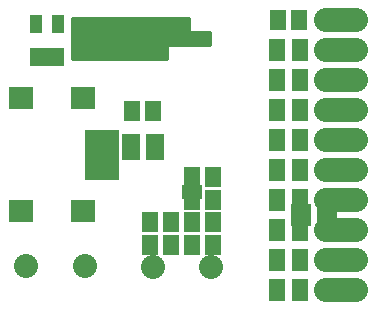
<source format=gbs>
G04 (created by PCBNEW-RS274X (2011-12-28 BZR 3254)-stable) date 17/03/2012 11:59:51*
G01*
G70*
G90*
%MOIN*%
G04 Gerber Fmt 3.4, Leading zero omitted, Abs format*
%FSLAX34Y34*%
G04 APERTURE LIST*
%ADD10C,0.006000*%
%ADD11C,0.010000*%
%ADD12C,0.080000*%
%ADD13O,0.180000X0.080000*%
%ADD14R,0.055000X0.075000*%
%ADD15R,0.060000X0.036000*%
%ADD16R,0.065000X0.075000*%
%ADD17R,0.055000X0.065000*%
%ADD18R,0.040000X0.060000*%
%ADD19R,0.065000X0.045000*%
%ADD20R,0.083000X0.075100*%
%ADD21R,0.112500X0.039700*%
G04 APERTURE END LIST*
G54D10*
G54D11*
X40650Y-46750D02*
X43800Y-46750D01*
X43800Y-46650D02*
X40650Y-46650D01*
X40650Y-46550D02*
X43800Y-46550D01*
X43800Y-46450D02*
X40650Y-46450D01*
X40650Y-46350D02*
X43800Y-46350D01*
X45250Y-46250D02*
X40650Y-46250D01*
X40650Y-46150D02*
X45250Y-46150D01*
X45250Y-46050D02*
X40650Y-46050D01*
X40650Y-45950D02*
X45250Y-45950D01*
X44550Y-45850D02*
X40650Y-45850D01*
X40650Y-45750D02*
X44550Y-45750D01*
X44550Y-45650D02*
X40650Y-45650D01*
X40650Y-45550D02*
X44550Y-45550D01*
X45250Y-45900D02*
X45250Y-46350D01*
X44550Y-45900D02*
X45250Y-45900D01*
X44550Y-45450D02*
X44550Y-45900D01*
X44550Y-45450D02*
X40650Y-45450D01*
X43800Y-46350D02*
X45250Y-46350D01*
X43800Y-46800D02*
X43800Y-46350D01*
X40650Y-46800D02*
X43800Y-46800D01*
X40650Y-45450D02*
X40650Y-46800D01*
G54D12*
X43339Y-53750D03*
X45261Y-53750D03*
X41084Y-53700D03*
X39116Y-53700D03*
G54D13*
X49600Y-45500D03*
X49600Y-46500D03*
X49600Y-47500D03*
X49600Y-48500D03*
X49600Y-49500D03*
X49600Y-50500D03*
X49600Y-51500D03*
X49600Y-52500D03*
X49600Y-53500D03*
X49600Y-54500D03*
G54D14*
X47475Y-54500D03*
X48225Y-54500D03*
X47475Y-53500D03*
X48225Y-53500D03*
X47475Y-46500D03*
X48225Y-46500D03*
X47475Y-47500D03*
X48225Y-47500D03*
X47475Y-48500D03*
X48225Y-48500D03*
X47475Y-49500D03*
X48225Y-49500D03*
X47475Y-51500D03*
X48225Y-51500D03*
X47475Y-52500D03*
X48225Y-52500D03*
X47475Y-50500D03*
X48225Y-50500D03*
G54D15*
X43400Y-50010D03*
X43400Y-49750D03*
X43400Y-49490D03*
X42600Y-49490D03*
X42600Y-49750D03*
X42600Y-50010D03*
G54D16*
X48275Y-52000D03*
X49125Y-52000D03*
G54D17*
X43950Y-53000D03*
X43250Y-53000D03*
X45350Y-53000D03*
X44650Y-53000D03*
X43950Y-52250D03*
X43250Y-52250D03*
X48200Y-45500D03*
X47500Y-45500D03*
X44650Y-52250D03*
X45350Y-52250D03*
X43350Y-48550D03*
X42650Y-48550D03*
X44650Y-51500D03*
X45350Y-51500D03*
G54D18*
X40175Y-46750D03*
X39425Y-46750D03*
X40175Y-45650D03*
X39800Y-46750D03*
X39425Y-45650D03*
G54D17*
X45350Y-50750D03*
X44650Y-50750D03*
G54D19*
X44650Y-51250D03*
G54D20*
X38953Y-48110D03*
X41000Y-48110D03*
X38953Y-51890D03*
X41000Y-51890D03*
G54D21*
X41630Y-49370D03*
X41630Y-49685D03*
X41630Y-50000D03*
X41630Y-50315D03*
X41630Y-50630D03*
M02*

</source>
